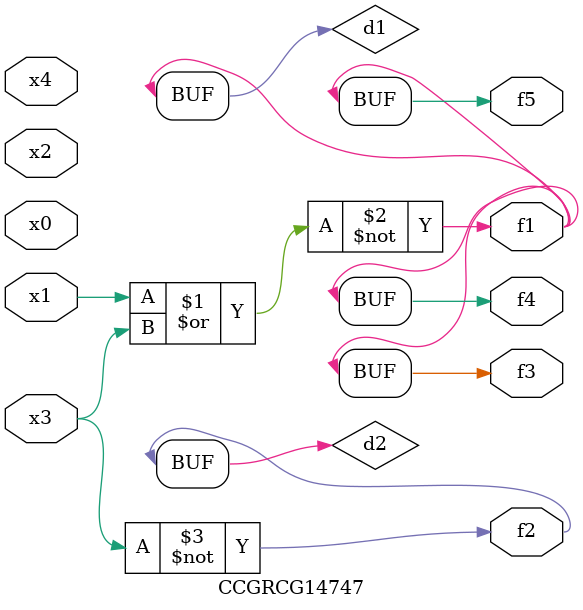
<source format=v>
module CCGRCG14747(
	input x0, x1, x2, x3, x4,
	output f1, f2, f3, f4, f5
);

	wire d1, d2;

	nor (d1, x1, x3);
	not (d2, x3);
	assign f1 = d1;
	assign f2 = d2;
	assign f3 = d1;
	assign f4 = d1;
	assign f5 = d1;
endmodule

</source>
